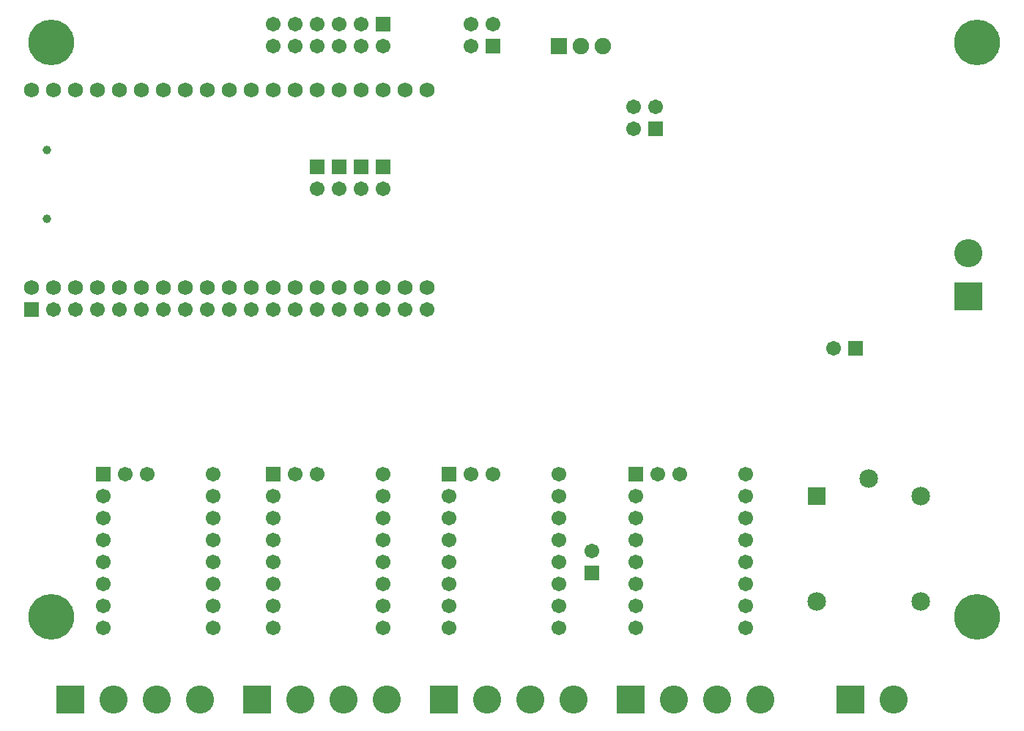
<source format=gbr>
G04 DipTrace 3.3.1.3*
G04 BottomMask.gbr*
%MOIN*%
G04 #@! TF.FileFunction,Soldermask,Bot*
G04 #@! TF.Part,Single*
%ADD58C,0.03937*%
%ADD78C,0.067*%
%ADD80R,0.067X0.067*%
%ADD82C,0.068*%
%ADD84C,0.128*%
%ADD86R,0.128X0.128*%
%ADD100C,0.208*%
%ADD104R,0.084772X0.084772*%
%ADD106C,0.084772*%
%ADD108C,0.074929*%
%ADD110R,0.074929X0.074929*%
%ADD112C,0.067055*%
%ADD114R,0.067055X0.067055*%
%FSLAX26Y26*%
G04*
G70*
G90*
G75*
G01*
G04 BotMask*
%LPD*%
D114*
X2543700Y3543700D3*
D112*
X2443700D3*
X2543700Y3643700D3*
X2443700D3*
D114*
X3281200Y3168700D3*
D112*
X3181200D3*
X3281200Y3268700D3*
X3181200D3*
D114*
X443700Y2343700D3*
D112*
X543700D3*
X643700D3*
X743700D3*
X843700D3*
X943700D3*
X1043700D3*
X1143700D3*
X1243700D3*
X1343700D3*
X1443700D3*
X1543700D3*
X1643700D3*
X1743700D3*
X1843700D3*
X1943700D3*
X2043700D3*
X2143700D3*
X2243700D3*
D114*
X2043700Y3643700D3*
D112*
Y3543700D3*
X1943700Y3643700D3*
Y3543700D3*
X1843700Y3643700D3*
Y3543700D3*
X1743700Y3643700D3*
Y3543700D3*
X1643700Y3643700D3*
Y3543700D3*
X1543700Y3643700D3*
Y3543700D3*
D110*
X2843700D3*
D108*
X2943700D3*
X3043700D3*
D114*
X2043700Y2993700D3*
D112*
Y2893700D3*
D114*
X1943700Y2993700D3*
D112*
Y2893700D3*
D114*
X1843700Y2993700D3*
D112*
Y2893700D3*
D114*
X1743700Y2993700D3*
D112*
Y2893700D3*
D114*
X4193700Y2168700D3*
D112*
X4093700D3*
D114*
X2993700Y1143700D3*
D112*
Y1243700D3*
D106*
X4251968Y1574802D3*
D104*
X4015747Y1496062D3*
D106*
X4488188D3*
X4015747Y1015747D3*
X4488188D3*
D100*
X531495Y944881D3*
X4744094Y3562991D3*
X531495D3*
X4744094Y944881D3*
D58*
X512598Y3072834D3*
Y2757873D3*
D86*
X4706200Y2406200D3*
D84*
Y2603050D3*
D86*
X4168700Y568700D3*
D84*
X4365550D3*
D86*
X618700D3*
D84*
X815550D3*
X1012401D3*
X1209251D3*
D86*
X1468700D3*
D84*
X1665550D3*
X1862401D3*
X2059251D3*
D86*
X2318700D3*
D84*
X2515550D3*
X2712401D3*
X2909251D3*
D86*
X3168700D3*
D84*
X3365550D3*
X3562401D3*
X3759251D3*
D82*
X443700Y3343700D3*
X543700D3*
X643700D3*
X743700D3*
X843700D3*
X943700D3*
X1043700D3*
X1143700D3*
X1243700D3*
X1343700D3*
X1443700D3*
X1543700D3*
X1643700D3*
X1743700D3*
X1843700D3*
X1943700D3*
X2043700D3*
X2143700D3*
X2243700D3*
X443700Y2443700D3*
X543700D3*
X643700D3*
X743700D3*
X843700D3*
X943700D3*
X1043700D3*
X1143700D3*
X1243700D3*
X1343700D3*
X1443700D3*
X1543700D3*
X1643700D3*
X1743700D3*
X1843700D3*
X1943700D3*
X2043700D3*
X2143700D3*
X2243700D3*
D80*
X768700Y1593700D3*
D78*
Y1493700D3*
Y1393700D3*
Y1293700D3*
Y1193700D3*
Y1093700D3*
Y993700D3*
Y893700D3*
X1268700D3*
Y993700D3*
Y1093700D3*
Y1193700D3*
Y1293700D3*
Y1393700D3*
Y1493700D3*
Y1593700D3*
X868700D3*
X968700D3*
D80*
X1543700D3*
D78*
Y1493700D3*
Y1393700D3*
Y1293700D3*
Y1193700D3*
Y1093700D3*
Y993700D3*
Y893700D3*
X2043700D3*
Y993700D3*
Y1093700D3*
Y1193700D3*
Y1293700D3*
Y1393700D3*
Y1493700D3*
Y1593700D3*
X1643700D3*
X1743700D3*
D80*
X2343700D3*
D78*
Y1493700D3*
Y1393700D3*
Y1293700D3*
Y1193700D3*
Y1093700D3*
Y993700D3*
Y893700D3*
X2843700D3*
Y993700D3*
Y1093700D3*
Y1193700D3*
Y1293700D3*
Y1393700D3*
Y1493700D3*
Y1593700D3*
X2443700D3*
X2543700D3*
D80*
X3193700D3*
D78*
Y1493700D3*
Y1393700D3*
Y1293700D3*
Y1193700D3*
Y1093700D3*
Y993700D3*
Y893700D3*
X3693700D3*
Y993700D3*
Y1093700D3*
Y1193700D3*
Y1293700D3*
Y1393700D3*
Y1493700D3*
Y1593700D3*
X3293700D3*
X3393700D3*
M02*

</source>
